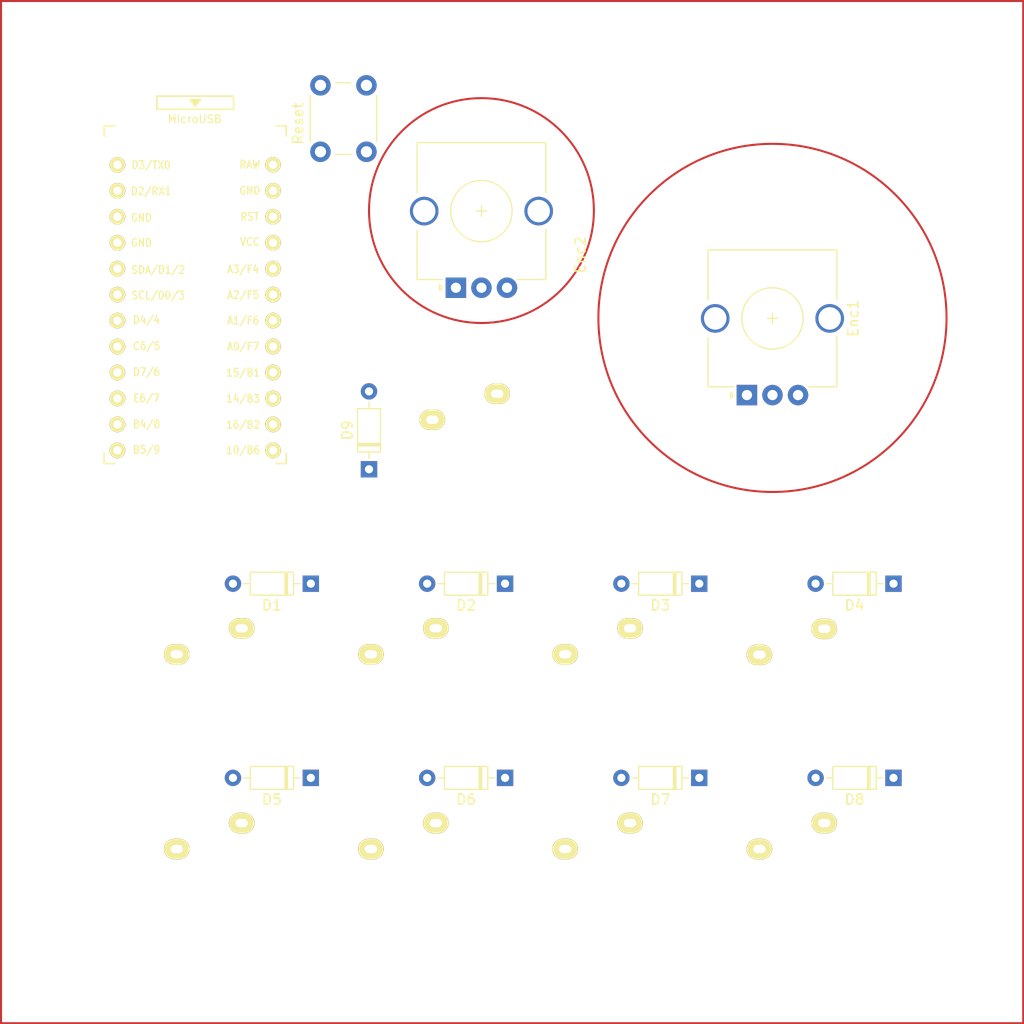
<source format=kicad_pcb>
(kicad_pcb (version 20211014) (generator pcbnew)
  (layers (0 "F.Cu" signal) (31 "B.Cu" signal) (34 "B.Paste" user) (35 "F.Paste" user) (36 "B.SilkS" user "B.Silkscreen") (37 "F.SilkS" user "F.Silkscreen") (38 "B.Mask" user) (39 "F.Mask" user) (44 "Edge.Cuts" user))
  (net 0 "")
  (net 1 "GND")
  (net 2 "Net-(D3-Pad2)")
  (net 3 "Net-(D4-Pad2)")
  (net 4 "VCC")
  (net 5 "X")
  (net 6 "Net-(D1-Pad2)")
  (net 7 "Y")
  (net 8 "Net-(D2-Pad2)")
  (net 9 "Z")
  (net 10 "A")
  (net 11 "B")
  (net 12 "C")
  (net 13 "Net-(D5-Pad2)")
  (net 14 "Net-(D6-Pad2)")
  (net 15 "Net-(D7-Pad2)")
  (net 17 "Net-(D8-Pad2)")
  (net 18 "Net-(D9-Pad2)")
  (net 19 "reset")
  (net 28 "ROT1A")
  (net 29 "ROT1B")
  (net 30 "ROT2A")
  (net 31 "ROT2B")
  (footprint "kbd:CherryMX_1u" (layer "F.Cu") (at 167 104)
    (fp_text reference "SW8" hide)
    (fp_text value "SW_Push" hide)
    (pad "" np_thru_hole circle locked (at 0 0 90) (size 4 4) (drill 4) (layers *.Cu *.Mask))
    (pad "" np_thru_hole circle locked (at 5.08 0 90) (size 1.9 1.9) (drill 1.9) (layers *.Cu *.Mask))
    (pad "" np_thru_hole circle locked (at -5.08 0 90) (size 1.9 1.9) (drill 1.9) (layers *.Cu *.Mask))
    (pad "1" thru_hole oval locked (at -3.81 -2.54) (size 2.5 2) (drill oval 1.2 0.8) (layers *.Cu "F.SilkS" "B.Mask") (net 12 "C"))
    (pad "2" thru_hole oval locked (at 2.54 -5.08) (size 2.5 2) (drill oval 1.2 0.8) (layers *.Cu "F.SilkS" "B.Mask") (net 17 "Net-(D8-Pad2)"))
  )
  (footprint "Diode_THT:D_DO-35_SOD27_P7.62mm_Horizontal" (layer "F.Cu") (at 176.31 94.5 180)
    (fp_text reference "D8" (at 3.81 -2.12) (layer "F.SilkS"))
    (fp_text value "1N4148" hide)
    (fp_line (start 1.69 1.12) (end 5.93 1.12) (layer "F.SilkS") (width 0.12))
    (fp_line (start 2.41 -1.12) (end 2.41 1.12) (layer "F.SilkS") (width 0.12))
    (fp_line (start 5.93 1.12) (end 5.93 -1.12) (layer "F.SilkS") (width 0.12))
    (fp_line (start 1.69 -1.12) (end 1.69 1.12) (layer "F.SilkS") (width 0.12))
    (fp_line (start 2.53 -1.12) (end 2.53 1.12) (layer "F.SilkS") (width 0.12))
    (fp_line (start 2.29 -1.12) (end 2.29 1.12) (layer "F.SilkS") (width 0.12))
    (fp_line (start 1.04 0) (end 1.69 0) (layer "F.SilkS") (width 0.12))
    (fp_line (start 5.93 -1.12) (end 1.69 -1.12) (layer "F.SilkS") (width 0.12))
    (fp_line (start 6.58 0) (end 5.93 0) (layer "F.SilkS") (width 0.12))
    (pad "1" thru_hole rect (at 0 0 180) (size 1.6 1.6) (drill 0.8) (layers *.Cu *.Mask) (net 7 "Y"))
    (pad "2" thru_hole oval (at 7.62 0 180) (size 1.6 1.6) (drill 0.8) (layers *.Cu *.Mask) (net 17 "Net-(D8-Pad2)"))
  )
  (footprint "Diode_THT:D_DO-35_SOD27_P7.62mm_Horizontal" (layer "F.Cu") (at 125 64.31 90)
    (fp_text reference "D9" (at 3.81 -2.12 90) (layer "F.SilkS"))
    (fp_text value "1N4148" hide)
    (fp_line (start 2.29 -1.12) (end 2.29 1.12) (layer "F.SilkS") (width 0.12))
    (fp_line (start 2.53 -1.12) (end 2.53 1.12) (layer "F.SilkS") (width 0.12))
    (fp_line (start 6.58 0) (end 5.93 0) (layer "F.SilkS") (width 0.12))
    (fp_line (start 1.69 1.12) (end 5.93 1.12) (layer "F.SilkS") (width 0.12))
    (fp_line (start 1.04 0) (end 1.69 0) (layer "F.SilkS") (width 0.12))
    (fp_line (start 5.93 1.12) (end 5.93 -1.12) (layer "F.SilkS") (width 0.12))
    (fp_line (start 2.41 -1.12) (end 2.41 1.12) (layer "F.SilkS") (width 0.12))
    (fp_line (start 1.69 -1.12) (end 1.69 1.12) (layer "F.SilkS") (width 0.12))
    (fp_line (start 5.93 -1.12) (end 1.69 -1.12) (layer "F.SilkS") (width 0.12))
    (pad "1" thru_hole rect (at 0 0 90) (size 1.6 1.6) (drill 0.8) (layers *.Cu *.Mask) (net 9 "Z"))
    (pad "2" thru_hole oval (at 7.62 0 90) (size 1.6 1.6) (drill 0.8) (layers *.Cu *.Mask) (net 18 "Net-(D9-Pad2)"))
  )
  (footprint "kbd:CherryMX_1u" (layer "F.Cu") (at 135 62)
    (fp_text reference "SW9" hide)
    (fp_text value "SW_Push" hide)
    (pad "" np_thru_hole circle locked (at 0 0 90) (size 4 4) (drill 4) (layers *.Cu *.Mask))
    (pad "" np_thru_hole circle locked (at 5.08 0 90) (size 1.9 1.9) (drill 1.9) (layers *.Cu *.Mask))
    (pad "" np_thru_hole circle locked (at -5.08 0 90) (size 1.9 1.9) (drill 1.9) (layers *.Cu *.Mask))
    (pad "1" thru_hole oval locked (at -3.81 -2.54) (size 2.5 2) (drill oval 1.2 0.8) (layers *.Cu "F.SilkS" "B.Mask") (net 12 "C"))
    (pad "2" thru_hole oval locked (at 2.54 -5.08) (size 2.5 2) (drill oval 1.2 0.8) (layers *.Cu "F.SilkS" "B.Mask") (net 18 "Net-(D9-Pad2)"))
  )
  (footprint "Diode_THT:D_DO-35_SOD27_P7.62mm_Horizontal" (layer "F.Cu") (at 138.31 94.5 180)
    (fp_text reference "D6" (at 3.81 -2.12) (layer "F.SilkS"))
    (fp_text value "1N4148" hide)
    (fp_line (start 1.69 -1.12) (end 1.69 1.12) (layer "F.SilkS") (width 0.12))
    (fp_line (start 2.41 -1.12) (end 2.41 1.12) (layer "F.SilkS") (width 0.12))
    (fp_line (start 1.69 1.12) (end 5.93 1.12) (layer "F.SilkS") (width 0.12))
    (fp_line (start 5.93 1.12) (end 5.93 -1.12) (layer "F.SilkS") (width 0.12))
    (fp_line (start 5.93 -1.12) (end 1.69 -1.12) (layer "F.SilkS") (width 0.12))
    (fp_line (start 2.53 -1.12) (end 2.53 1.12) (layer "F.SilkS") (width 0.12))
    (fp_line (start 6.58 0) (end 5.93 0) (layer "F.SilkS") (width 0.12))
    (fp_line (start 1.04 0) (end 1.69 0) (layer "F.SilkS") (width 0.12))
    (fp_line (start 2.29 -1.12) (end 2.29 1.12) (layer "F.SilkS") (width 0.12))
    (pad "1" thru_hole rect (at 0 0 180) (size 1.6 1.6) (drill 0.8) (layers *.Cu *.Mask) (net 9 "Z"))
    (pad "2" thru_hole oval (at 7.62 0 180) (size 1.6 1.6) (drill 0.8) (layers *.Cu *.Mask) (net 14 "Net-(D6-Pad2)"))
  )
  (footprint "kbd:CherryMX_1u" (layer "F.Cu") (at 167 85)
    (fp_text reference "SW4" hide)
    (fp_text value "SW_Push" hide)
    (pad "" np_thru_hole circle locked (at 5.08 0 90) (size 1.9 1.9) (drill 1.9) (layers *.Cu *.Mask))
    (pad "" np_thru_hole circle locked (at 0 0 90) (size 4 4) (drill 4) (layers *.Cu *.Mask))
    (pad "" np_thru_hole circle locked (at -5.08 0 90) (size 1.9 1.9) (drill 1.9) (layers *.Cu *.Mask))
    (pad "1" thru_hole oval locked (at -3.81 -2.54) (size 2.5 2) (drill oval 1.2 0.8) (layers *.Cu "F.SilkS" "B.Mask") (net 11 "B"))
    (pad "2" thru_hole oval locked (at 2.54 -5.08) (size 2.5 2) (drill oval 1.2 0.8) (layers *.Cu "F.SilkS" "B.Mask") (net 3 "Net-(D4-Pad2)"))
  )
  (footprint "kbd:CherryMX_1u" (layer "F.Cu") (at 110 84.95)
    (fp_text reference "SW1" hide)
    (fp_text value "SW_Push" hide)
    (pad "" np_thru_hole circle locked (at 0 0 90) (size 4 4) (drill 4) (layers *.Cu *.Mask))
    (pad "" np_thru_hole circle locked (at -5.08 0 90) (size 1.9 1.9) (drill 1.9) (layers *.Cu *.Mask))
    (pad "" np_thru_hole circle locked (at 5.08 0 90) (size 1.9 1.9) (drill 1.9) (layers *.Cu *.Mask))
    (pad "1" thru_hole oval locked (at -3.81 -2.54) (size 2.5 2) (drill oval 1.2 0.8) (layers *.Cu "F.SilkS" "B.Mask") (net 10 "A"))
    (pad "2" thru_hole oval locked (at 2.54 -5.08) (size 2.5 2) (drill oval 1.2 0.8) (layers *.Cu "F.SilkS" "B.Mask") (net 6 "Net-(D1-Pad2)"))
  )
  (footprint "Rotary_Encoder:RotaryEncoder_Alps_EC12E_Vertical_H20mm_CircularMountingHoles" (layer "F.Cu") (at 133.5 46.55 90)
    (fp_text reference "SW11" hide)
    (fp_text value "Enc2" (at 3.22 12.175 90) (layer "F.SilkS"))
    (fp_line (start 0.3 -1.6) (end 0 -1.3) (layer "F.SilkS") (width 0.12))
    (fp_line (start 5.6 -3.8) (end 0.8 -3.8) (layer "F.SilkS") (width 0.12))
    (fp_line (start 5.7 8.8) (end 0.8 8.8) (layer "F.SilkS") (width 0.12))
    (fp_line (start -0.3 -1.6) (end 0.3 -1.6) (layer "F.SilkS") (width 0.12))
    (fp_line (start 7.5 2) (end 7.5 3) (layer "F.SilkS") (width 0.12))
    (fp_line (start 9.3 -3.8) (end 14.2 -3.8) (layer "F.SilkS") (width 0.12))
    (fp_line (start 7 2.5) (end 8 2.5) (layer "F.SilkS") (width 0.12))
    (fp_line (start 0.8 8.8) (end 0.8 6) (layer "F.SilkS") (width 0.12))
    (fp_line (start 14.2 -3.8) (end 14.2 8.8) (layer "F.SilkS") (width 0.12))
    (fp_line (start 0 -1.3) (end -0.3 -1.6) (layer "F.SilkS") (width 0.12))
    (fp_line (start 0.8 -3.8) (end 0.8 -1.3) (layer "F.SilkS") (width 0.12))
    (fp_line (start 14.2 8.8) (end 9.3 8.8) (layer "F.SilkS") (width 0.12))
    (fp_circle (center 7.5 2.5) (end 10.5 2.5) (layer "F.SilkS") (width 0.12) (fill none))
    (pad "A" thru_hole rect (at 0 0 90) (size 2 2) (drill 1) (layers *.Cu *.Mask) (net 30 "ROT2A"))
    (pad "B" thru_hole circle (at 0 5 90) (size 2 2) (drill 1) (layers *.Cu *.Mask) (net 31 "ROT2B"))
    (pad "C" thru_hole circle (at 0 2.5 90) (size 2 2) (drill 1) (layers *.Cu *.Mask) (net 1 "GND"))
    (pad "MP" thru_hole circle (at 7.5 -3.1 90) (size 2.8 2.8) (drill 2.2) (layers *.Cu *.Mask))
    (pad "MP" thru_hole circle (at 7.5 8.1 90) (size 2.8 2.8) (drill 2.2) (layers *.Cu *.Mask))
  )
  (footprint "kbd:CherryMX_1u" (layer "F.Cu") (at 148 84.95)
    (fp_text reference "SW3" hide)
    (fp_text value "SW_Push" hide)
    (pad "" np_thru_hole circle locked (at 0 0 90) (size 4 4) (drill 4) (layers *.Cu *.Mask))
    (pad "" np_thru_hole circle locked (at -5.08 0 90) (size 1.9 1.9) (drill 1.9) (layers *.Cu *.Mask))
    (pad "" np_thru_hole circle locked (at 5.08 0 90) (size 1.9 1.9) (drill 1.9) (layers *.Cu *.Mask))
    (pad "1" thru_hole oval locked (at -3.81 -2.54) (size 2.5 2) (drill oval 1.2 0.8) (layers *.Cu "F.SilkS" "B.Mask") (net 10 "A"))
    (pad "2" thru_hole oval locked (at 2.54 -5.08) (size 2.5 2) (drill oval 1.2 0.8) (layers *.Cu "F.SilkS" "B.Mask") (net 2 "Net-(D3-Pad2)"))
  )
  (footprint "Diode_THT:D_DO-35_SOD27_P7.62mm_Horizontal" (layer "F.Cu") (at 138.31 75.5 180)
    (fp_text reference "D2" (at 3.81 -2.12) (layer "F.SilkS"))
    (fp_text value "1N4148" hide)
    (fp_line (start 2.29 -1.12) (end 2.29 1.12) (layer "F.SilkS") (width 0.12))
    (fp_line (start 1.04 0) (end 1.69 0) (layer "F.SilkS") (width 0.12))
    (fp_line (start 1.69 -1.12) (end 1.69 1.12) (layer "F.SilkS") (width 0.12))
    (fp_line (start 5.93 -1.12) (end 1.69 -1.12) (layer "F.SilkS") (width 0.12))
    (fp_line (start 6.58 0) (end 5.93 0) (layer "F.SilkS") (width 0.12))
    (fp_line (start 2.53 -1.12) (end 2.53 1.12) (layer "F.SilkS") (width 0.12))
    (fp_line (start 1.69 1.12) (end 5.93 1.12) (layer "F.SilkS") (width 0.12))
    (fp_line (start 2.41 -1.12) (end 2.41 1.12) (layer "F.SilkS") (width 0.12))
    (fp_line (start 5.93 1.12) (end 5.93 -1.12) (layer "F.SilkS") (width 0.12))
    (pad "1" thru_hole rect (at 0 0 180) (size 1.6 1.6) (drill 0.8) (layers *.Cu *.Mask) (net 7 "Y"))
    (pad "2" thru_hole oval (at 7.62 0 180) (size 1.6 1.6) (drill 0.8) (layers *.Cu *.Mask) (net 8 "Net-(D2-Pad2)"))
  )
  (footprint "kbd:CherryMX_1u" (layer "F.Cu") (at 129 84.95)
    (fp_text reference "SW2" hide)
    (fp_text value "SW_Push" hide)
    (pad "" np_thru_hole circle locked (at 5.08 0 90) (size 1.9 1.9) (drill 1.9) (layers *.Cu *.Mask))
    (pad "" np_thru_hole circle locked (at -5.08 0 90) (size 1.9 1.9) (drill 1.9) (layers *.Cu *.Mask))
    (pad "" np_thru_hole circle locked (at 0 0 90) (size 4 4) (drill 4) (layers *.Cu *.Mask))
    (pad "1" thru_hole oval locked (at -3.81 -2.54) (size 2.5 2) (drill oval 1.2 0.8) (layers *.Cu "F.SilkS" "B.Mask") (net 10 "A"))
    (pad "2" thru_hole oval locked (at 2.54 -5.08) (size 2.5 2) (drill oval 1.2 0.8) (layers *.Cu "F.SilkS" "B.Mask") (net 8 "Net-(D2-Pad2)"))
  )
  (footprint "kbd:CherryMX_1u" (layer "F.Cu") (at 129 104)
    (fp_text reference "SW6" hide)
    (fp_text value "SW_Push" hide)
    (pad "" np_thru_hole circle locked (at -5.08 0 90) (size 1.9 1.9) (drill 1.9) (layers *.Cu *.Mask))
    (pad "" np_thru_hole circle locked (at 0 0 90) (size 4 4) (drill 4) (layers *.Cu *.Mask))
    (pad "" np_thru_hole circle locked (at 5.08 0 90) (size 1.9 1.9) (drill 1.9) (layers *.Cu *.Mask))
    (pad "1" thru_hole oval locked (at -3.81 -2.54) (size 2.5 2) (drill oval 1.2 0.8) (layers *.Cu "F.SilkS" "B.Mask") (net 11 "B"))
    (pad "2" thru_hole oval locked (at 2.54 -5.08) (size 2.5 2) (drill oval 1.2 0.8) (layers *.Cu "F.SilkS" "B.Mask") (net 14 "Net-(D6-Pad2)"))
  )
  (footprint "Button_Switch_THT:SW_PUSH_6mm" (layer "F.Cu") (at 124.75 26.75 -90)
    (fp_text reference "SW12" hide)
    (fp_text value "Reset" (at 3.75 6.7 90) (layer "F.SilkS"))
    (fp_line (start 1 5.5) (end 5.5 5.5) (layer "F.SilkS") (width 0.12))
    (fp_line (start -0.25 1.5) (end -0.25 3) (layer "F.SilkS") (width 0.12))
    (fp_line (start 6.75 3) (end 6.75 1.5) (layer "F.SilkS") (width 0.12))
    (fp_line (start 5.5 -1) (end 1 -1) (layer "F.SilkS") (width 0.12))
    (pad "1" thru_hole circle (at 6.5 0) (size 2 2) (drill 1.1) (layers *.Cu *.Mask) (net 19 "reset"))
    (pad "1" thru_hole circle (at 0 0) (size 2 2) (drill 1.1) (layers *.Cu *.Mask) (net 19 "reset"))
    (pad "2" thru_hole circle (at 6.5 4.5) (size 2 2) (drill 1.1) (layers *.Cu *.Mask) (net 1 "GND"))
    (pad "2" thru_hole circle (at 0 4.5) (size 2 2) (drill 1.1) (layers *.Cu *.Mask) (net 1 "GND"))
  )
  (footprint "Diode_THT:D_DO-35_SOD27_P7.62mm_Horizontal" (layer "F.Cu") (at 157.31 94.5 180)
    (fp_text reference "D7" (at 3.81 -2.12) (layer "F.SilkS"))
    (fp_text value "1N4148" hide)
    (fp_line (start 6.58 0) (end 5.93 0) (layer "F.SilkS") (width 0.12))
    (fp_line (start 1.69 -1.12) (end 1.69 1.12) (layer "F.SilkS") (width 0.12))
    (fp_line (start 5.93 1.12) (end 5.93 -1.12) (layer "F.SilkS") (width 0.12))
    (fp_line (start 2.53 -1.12) (end 2.53 1.12) (layer "F.SilkS") (width 0.12))
    (fp_line (start 1.69 1.12) (end 5.93 1.12) (layer "F.SilkS") (width 0.12))
    (fp_line (start 5.93 -1.12) (end 1.69 -1.12) (layer "F.SilkS") (width 0.12))
    (fp_line (start 2.29 -1.12) (end 2.29 1.12) (layer "F.SilkS") (width 0.12))
    (fp_line (start 2.41 -1.12) (end 2.41 1.12) (layer "F.SilkS") (width 0.12))
    (fp_line (start 1.04 0) (end 1.69 0) (layer "F.SilkS") (width 0.12))
    (pad "1" thru_hole rect (at 0 0 180) (size 1.6 1.6) (drill 0.8) (layers *.Cu *.Mask) (net 5 "X"))
    (pad "2" thru_hole oval (at 7.62 0 180) (size 1.6 1.6) (drill 0.8) (layers *.Cu *.Mask) (net 15 "Net-(D7-Pad2)"))
  )
  (footprint "Diode_THT:D_DO-35_SOD27_P7.62mm_Horizontal" (layer "F.Cu") (at 119.31 94.5 180)
    (fp_text reference "D5" (at 3.81 -2.12) (layer "F.SilkS"))
    (fp_text value "1N4148" hide)
    (fp_line (start 1.69 1.12) (end 5.93 1.12) (layer "F.SilkS") (width 0.12))
    (fp_line (start 5.93 1.12) (end 5.93 -1.12) (layer "F.SilkS") (width 0.12))
    (fp_line (start 6.58 0) (end 5.93 0) (layer "F.SilkS") (width 0.12))
    (fp_line (start 1.69 -1.12) (end 1.69 1.12) (layer "F.SilkS") (width 0.12))
    (fp_line (start 1.04 0) (end 1.69 0) (layer "F.SilkS") (width 0.12))
    (fp_line (start 2.29 -1.12) (end 2.29 1.12) (layer "F.SilkS") (width 0.12))
    (fp_line (start 2.41 -1.12) (end 2.41 1.12) (layer "F.SilkS") (width 0.12))
    (fp_line (start 5.93 -1.12) (end 1.69 -1.12) (layer "F.SilkS") (width 0.12))
    (fp_line (start 2.53 -1.12) (end 2.53 1.12) (layer "F.SilkS") (width 0.12))
    (pad "1" thru_hole rect (at 0 0 180) (size 1.6 1.6) (drill 0.8) (layers *.Cu *.Mask) (net 7 "Y"))
    (pad "2" thru_hole oval (at 7.62 0 180) (size 1.6 1.6) (drill 0.8) (layers *.Cu *.Mask) (net 13 "Net-(D5-Pad2)"))
  )
  (footprint "Rotary_Encoder:RotaryEncoder_Alps_EC12E_Vertical_H20mm_CircularMountingHoles" (layer "F.Cu") (at 161.970614 57.05 90)
    (fp_text reference "SW10" hide)
    (fp_text value "Enc1" (at 7.5 10.4 90) (layer "F.SilkS"))
    (fp_line (start -0.3 -1.6) (end 0.3 -1.6) (layer "F.SilkS") (width 0.12))
    (fp_line (start 7 2.5) (end 8 2.5) (layer "F.SilkS") (width 0.12))
    (fp_line (start 9.3 -3.8) (end 14.2 -3.8) (layer "F.SilkS") (width 0.12))
    (fp_line (start 0.8 -3.8) (end 0.8 -1.3) (layer "F.SilkS") (width 0.12))
    (fp_line (start 14.2 8.8) (end 9.3 8.8) (layer "F.SilkS") (width 0.12))
    (fp_line (start 0 -1.3) (end -0.3 -1.6) (layer "F.SilkS") (width 0.12))
    (fp_line (start 0.3 -1.6) (end 0 -1.3) (layer "F.SilkS") (width 0.12))
    (fp_line (start 5.7 8.8) (end 0.8 8.8) (layer "F.SilkS") (width 0.12))
    (fp_line (start 0.8 8.8) (end 0.8 6) (layer "F.SilkS") (width 0.12))
    (fp_line (start 5.6 -3.8) (end 0.8 -3.8) (layer "F.SilkS") (width 0.12))
    (fp_line (start 7.5 2) (end 7.5 3) (layer "F.SilkS") (width 0.12))
    (fp_line (start 14.2 -3.8) (end 14.2 8.8) (layer "F.SilkS") (width 0.12))
    (fp_circle (center 7.5 2.5) (end 10.5 2.5) (layer "F.SilkS") (width 0.12) (fill none))
    (pad "A" thru_hole rect (at 0 0 90) (size 2 2) (drill 1) (layers *.Cu *.Mask) (net 28 "ROT1A"))
    (pad "B" thru_hole circle (at 0 5 90) (size 2 2) (drill 1) (layers *.Cu *.Mask) (net 29 "ROT1B"))
    (pad "C" thru_hole circle (at 0 2.5 90) (size 2 2) (drill 1) (layers *.Cu *.Mask) (net 1 "GND"))
    (pad "MP" thru_hole circle (at 7.5 8.1 90) (size 2.8 2.8) (drill 2.2) (layers *.Cu *.Mask))
    (pad "MP" thru_hole circle (at 7.5 -3.1 90) (size 2.8 2.8) (drill 2.2) (layers *.Cu *.Mask))
  )
  (footprint "kbd:CherryMX_1u" (layer "F.Cu") (at 110 104)
    (fp_text reference "SW5" hide)
    (fp_text value "SW_Push" hide)
    (pad "" np_thru_hole circle locked (at 5.08 0 90) (size 1.9 1.9) (drill 1.9) (layers *.Cu *.Mask))
    (pad "" np_thru_hole circle locked (at -5.08 0 90) (size 1.9 1.9) (drill 1.9) (layers *.Cu *.Mask))
    (pad "" np_thru_hole circle locked (at 0 0 90) (size 4 4) (drill 4) (layers *.Cu *.Mask))
    (pad "1" thru_hole oval locked (at -3.81 -2.54) (size 2.5 2) (drill oval 1.2 0.8) (layers *.Cu "F.SilkS" "B.Mask") (net 11 "B"))
    (pad "2" thru_hole oval locked (at 2.54 -5.08) (size 2.5 2) (drill oval 1.2 0.8) (layers *.Cu "F.SilkS" "B.Mask") (net 13 "Net-(D5-Pad2)"))
  )
  (footprint "Diode_THT:D_DO-35_SOD27_P7.62mm_Horizontal" (layer "F.Cu") (at 157.31 75.5 180)
    (fp_text reference "D3" (at 3.81 -2.12) (layer "F.SilkS"))
    (fp_text value "1N4148" hide)
    (fp_line (start 2.29 -1.12) (end 2.29 1.12) (layer "F.SilkS") (width 0.12))
    (fp_line (start 1.69 -1.12) (end 1.69 1.12) (layer "F.SilkS") (width 0.12))
    (fp_line (start 6.58 0) (end 5.93 0) (layer "F.SilkS") (width 0.12))
    (fp_line (start 2.53 -1.12) (end 2.53 1.12) (layer "F.SilkS") (width 0.12))
    (fp_line (start 5.93 -1.12) (end 1.69 -1.12) (layer "F.SilkS") (width 0.12))
    (fp_line (start 5.93 1.12) (end 5.93 -1.12) (layer "F.SilkS") (width 0.12))
    (fp_line (start 1.69 1.12) (end 5.93 1.12) (layer "F.SilkS") (width 0.12))
    (fp_line (start 1.04 0) (end 1.69 0) (layer "F.SilkS") (width 0.12))
    (fp_line (start 2.41 -1.12) (end 2.41 1.12) (layer "F.SilkS") (width 0.12))
    (pad "1" thru_hole rect (at 0 0 180) (size 1.6 1.6) (drill 0.8) (layers *.Cu *.Mask) (net 9 "Z"))
    (pad "2" thru_hole oval (at 7.62 0 180) (size 1.6 1.6) (drill 0.8) (layers *.Cu *.Mask) (net 2 "Net-(D3-Pad2)"))
  )
  (footprint "Diode_THT:D_DO-35_SOD27_P7.62mm_Horizontal" (layer "F.Cu") (at 119.31 75.5 180)
    (fp_text reference "D1" (at 3.81 -2.12) (layer "F.SilkS"))
    (fp_text value "1N4148" hide)
    (fp_line (start 5.93 1.12) (end 5.93 -1.12) (layer "F.SilkS") (width 0.12))
    (fp_line (start 2.41 -1.12) (end 2.41 1.12) (layer "F.SilkS") (width 0.12))
    (fp_line (start 2.29 -1.12) (end 2.29 1.12) (layer "F.SilkS") (width 0.12))
    (fp_line (start 6.58 0) (end 5.93 0) (layer "F.SilkS") (width 0.12))
    (fp_line (start 2.53 -1.12) (end 2.53 1.12) (layer "F.SilkS") (width 0.12))
    (fp_line (start 1.04 0) (end 1.69 0) (layer "F.SilkS") (width 0.12))
    (fp_line (start 1.69 1.12) (end 5.93 1.12) (layer "F.SilkS") (width 0.12))
    (fp_line (start 5.93 -1.12) (end 1.69 -1.12) (layer "F.SilkS") (width 0.12))
    (fp_line (start 1.69 -1.12) (end 1.69 1.12) (layer "F.SilkS") (width 0.12))
    (pad "1" thru_hole rect (at 0 0 180) (size 1.6 1.6) (drill 0.8) (layers *.Cu *.Mask) (net 5 "X"))
    (pad "2" thru_hole oval (at 7.62 0 180) (size 1.6 1.6) (drill 0.8) (layers *.Cu *.Mask) (net 6 "Net-(D1-Pad2)"))
  )
  (footprint "Diode_THT:D_DO-35_SOD27_P7.62mm_Horizontal" (layer "F.Cu") (at 176.31 75.5 180)
    (fp_text reference "D4" (at 3.81 -2.12) (layer "F.SilkS"))
    (fp_text value "1N4148" hide)
    (fp_line (start 1.69 -1.12) (end 1.69 1.12) (layer "F.SilkS") (width 0.12))
    (fp_line (start 6.58 0) (end 5.93 0) (layer "F.SilkS") (width 0.12))
    (fp_line (start 2.41 -1.12) (end 2.41 1.12) (layer "F.SilkS") (width 0.12))
    (fp_line (start 1.04 0) (end 1.69 0) (layer "F.SilkS") (width 0.12))
    (fp_line (start 2.53 -1.12) (end 2.53 1.12) (layer "F.SilkS") (width 0.12))
    (fp_line (start 5.93 -1.12) (end 1.69 -1.12) (layer "F.SilkS") (width 0.12))
    (fp_line (start 1.69 1.12) (end 5.93 1.12) (layer "F.SilkS") (width 0.12))
    (fp_line (start 5.93 1.12) (end 5.93 -1.12) (layer "F.SilkS") (width 0.12))
    (fp_line (start 2.29 -1.12) (end 2.29 1.12) (layer "F.SilkS") (width 0.12))
    (pad "1" thru_hole rect (at 0 0 180) (size 1.6 1.6) (drill 0.8) (layers *.Cu *.Mask) (net 5 "X"))
    (pad "2" thru_hole oval (at 7.62 0 180) (size 1.6 1.6) (drill 0.8) (layers *.Cu *.Mask) (net 3 "Net-(D4-Pad2)"))
  )
  (footprint "kbd:CherryMX_1u" (layer "F.Cu") (at 148 104)
    (fp_text reference "SW7" hide)
    (fp_text value "SW_Push" hide)
    (pad "" np_thru_hole circle locked (at 0 0 90) (size 4 4) (drill 4) (layers *.Cu *.Mask))
    (pad "" np_thru_hole circle locked (at -5.08 0 90) (size 1.9 1.9) (drill 1.9) (layers *.Cu *.Mask))
    (pad "" np_thru_hole circle locked (at 5.08 0 90) (size 1.9 1.9) (drill 1.9) (layers *.Cu *.Mask))
    (pad "1" thru_hole oval locked (at -3.81 -2.54) (size 2.5 2) (drill oval 1.2 0.8) (layers *.Cu "F.SilkS" "B.Mask") (net 12 "C"))
    (pad "2" thru_hole oval locked (at 2.54 -5.08) (size 2.5 2) (drill oval 1.2 0.8) (layers *.Cu "F.SilkS" "B.Mask") (net 15 "Net-(D7-Pad2)"))
  )
  (footprint "kbd:ProMicro_v3.5-hanten" (layer "F.Cu") (at 108 49)
    (fp_text reference "U1" hide)
    (fp_text value "ProMicro" hide)
    (fp_text user "" (at -1.2515 -16.256) (layer "B.SilkS") (effects (justify mirror)))
    (fp_text user "SCL/D0/3" (at -3.618 -1.7 unlocked) (layer "F.SilkS") (effects (font (size 0.75 0.67) (thickness 0.125))))
    (fp_text user "B5/9" (at -4.768 13.4 unlocked) (layer "F.SilkS") (effects (font (size 0.75 0.67) (thickness 0.125))))
    (fp_text user "15/B1" (at 4.684 5.85 unlocked) (layer "F.SilkS") (effects (font (size 0.75 0.67) (thickness 0.125))))
    (fp_text user "VCC" (at 5.334 -6.95 unlocked) (layer "F.SilkS") (effects (font (size 0.75 0.67) (thickness 0.125))))
    (fp_text user "C6/5" (at -4.768 3.25 unlocked) (layer "F.SilkS") (effects (font (size 0.75 0.67) (thickness 0.125))))
    (fp_text user "B4/8" (at -4.768 10.9 unlocked) (layer "F.SilkS") (effects (font (size 0.75 0.67) (thickness 0.125))))
    (fp_text user "D7/6" (at -4.768 5.8 unlocked) (layer "F.SilkS") (effects (font (size 0.75 0.67) (thickness 0.125))))
    (fp_text user "D4/4" (at -4.768 0.7 unlocked) (layer "F.SilkS") (effects (font (size 0.75 0.67) (thickness 0.125))))
    (fp_text user "GND" (at -5.268 -6.85 unlocked) (layer "F.SilkS") (effects (font (size 0.75 0.67) (thickness 0.125))))
    (fp_text user "14/B3" (at 4.684 8.4 unlocked) (layer "F.SilkS") (effects (font (size 0.75 0.67) (thickness 0.125))))
    (fp_text user "RST" (at 5.334 -9.4 unlocked) (layer "F.SilkS") (effects (font (size 0.75 0.67) (thickness 0.125))))
    (fp_text user "RAW" (at 5.334 -14.5 unlocked) (layer "F.SilkS") (effects (font (size 0.75 0.67) (thickness 0.125))))
    (fp_text user "SDA/D1/2" (at -3.618 -4.2 unlocked) (layer "F.SilkS") (effects (font (size 0.75 0.67) (thickness 0.125))))
    (fp_text user "A2/F5" (at 4.684 -1.75 unlocked) (layer "F.SilkS") (effects (font (size 0.75 0.67) (thickness 0.125))))
    (fp_text user "E6/7" (at -4.768 8.35 unlocked) (layer "F.SilkS") (effects (font (size 0.75 0.67) (thickness 0.125))))
    (fp_text user "GND" (at 5.334 -11.95 unlocked) (layer "F.SilkS") (effects (font (size 0.75 0.67) (thickness 0.125))))
    (fp_text user "D2/RX1" (at -4.318 -11.9 unlocked) (layer "F.SilkS") (effects (font (size 0.75 0.67) (thickness 0.125))))
    (fp_text user "A1/F6" (at 4.684 0.75 unlocked) (layer "F.SilkS") (effects (font (size 0.75 0.67) (thickness 0.125))))
    (fp_text user "A3/F4" (at 4.684 -4.25 unlocked) (layer "F.SilkS") (effects (font (size 0.75 0.67) (thickness 0.125))))
    (fp_text user "16/B2" (at 4.684 10.95 unlocked) (layer "F.SilkS") (effects (font (size 0.75 0.67) (thickness 0.125))))
    (fp_text user "" (at -0.545 -17.4) (layer "F.SilkS"))
    (fp_text user "D3/TX0" (at -4.318 -14.45 unlocked) (layer "F.SilkS") (effects (font (size 0.75 0.67) (thickness 0.125))))
    (fp_text user "GND" (at -5.268 -9.3 unlocked) (layer "F.SilkS") (effects (font (size 0.75 0.67) (thickness 0.125))))
    (fp_text user "10/B6" (at 4.684 13.45 unlocked) (layer "F.SilkS") (effects (font (size 0.75 0.67) (thickness 0.125))))
    (fp_text user "A0/F7" (at 4.684 3.3 unlocked) (layer "F.SilkS") (effects (font (size 0.75 0.67) (thickness 0.125))))
    (fp_text user "MicroUSB" (at -0.05 -18.95) (layer "F.SilkS") (effects (font (size 0.75 0.75) (thickness 0.12))))
    (fp_line (start -3.75 -21.2) (end -3.75 -19.9) (layer "F.SilkS") (width 0.15))
    (fp_line (start 8.9 -18.3) (end 7.95 -18.3) (layer "F.SilkS") (width 0.15))
    (fp_line (start 0.5 -20.85) (end 0 -20.2) (layer "F.SilkS") (width 0.15))
    (fp_line (start 3.75 -19.9) (end 3.75 -21.2) (layer "F.SilkS") (width 0.15))
    (fp_line (start -0.15 -20.4) (end 0.15 -20.4) (layer "F.SilkS") (width 0.15))
    (fp_line (start 8.9 13.75) (end 8.9 14.75) (layer "F.SilkS") (width 0.15))
    (fp_line (start 8.9 14.75) (end 7.89 14.75) (layer "F.SilkS") (width 0.15))
    (fp_line (start -0.25 -20.55) (end 0.25 -20.55) (layer "F.SilkS") (width 0.15))
    (fp_line (start -8.9 -18.3) (end -7.9 -18.3) (layer "F.SilkS") (width 0.15))
    (fp_line (start 3.75 -21.2) (end -3.75 -21.2) (layer "F.SilkS") (width 0.15))
    (fp_line (start 8.9 -18.3) (end 8.9 -17.3) (layer "F.SilkS") (width 0.15))
    (fp_line (start -0.35 -20.7) (end 0.35 -20.7) (layer "F.SilkS") (width 0.15))
    (fp_line (start -8.9 14.75) (end -7.9 14.75) (layer "F.SilkS") (width 0.15))
    (fp_line (start -8.9 -18.3) (end -8.9 -17.3) (layer "F.SilkS") (width 0.15))
    (fp_line (start -0.5 -20.85) (end 0.5 -20.85) (layer "F.SilkS") (width 0.15))
    (fp_line (start -3.75 -19.9) (end 3.75 -19.9) (layer "F.SilkS") (width 0.15))
    (fp_line (start 0 -20.2) (end -0.5 -20.85) (layer "F.SilkS") (width 0.15))
    (fp_line (start -8.9 13.7) (end -8.9 14.75) (layer "F.SilkS") (width 0.15))
    (pad "1" thru_hole circle (at -7.6086 -14.478) (size 1.524 1.524) (drill 0.8128) (layers *.Cu "F.SilkS" "B.Mask"))
    (pad "2" thru_hole circle (at -7.6086 -11.938) (size 1.524 1.524) (drill 0.8128) (layers *.Cu "F.SilkS" "B.Mask"))
    (pad "3" thru_hole circle (at -7.6086 -9.398) (size 1.524 1.524) (drill 0.8128) (layers *.Cu "F.SilkS" "B.Mask") (net 1 "GND"))
    (pad "4" thru_hole circle (at -7.6086 -6.858) (size 1.524 1.524) (drill 0.8128) (layers *.Cu "F.SilkS" "B.Mask") (net 1 "GND"))
    (pad "5" thru_hole circle (at -7.6086 -4.318) (size 1.524 1.524) (drill 0.8128) (layers *.Cu "F.SilkS" "B.Mask"))
    (pad "6" thru_hole circle (at -7.6086 -1.778) (size 1.524 1.524) (drill 0.8128) (layers *.Cu "F.SilkS" "B.Mask"))
    (pad "7" thru_hole circle (at -7.6086 0.762) (size 1.524 1.524) (drill 0.8128) (layers *.Cu "F.SilkS" "B.Mask"))
    (pad "8" thru_hole circle (at -7.6086 3.302) (size 1.524 1.524) (drill 0.8128) (layers *.Cu "F.SilkS" "B.Mask"))
    (pad "9" thru_hole circle (at -7.6086 5.842) (size 1.524 1.524) (drill 0.8128) (layers *.Cu "F.SilkS" "B.Mask") (net 10 "A"))
    (pad "10" thru_hole circle (at -7.6086 8.382) (size 1.524 1.524) (drill 0.8128) (layers *.Cu "F.SilkS" "B.Mask") (net 11 "B"))
    (pad "11" thru_hole circle (at -7.6086 10.922) (size 1.524 1.524) (drill 0.8128) (layers *.Cu "F.SilkS" "B.Mask") (net 12 "C"))
    (pad "12" thru_hole circle (at -7.6086 13.462) (size 1.524 1.524) (drill 0.8128) (layers *.Cu "F.SilkS" "B.Mask"))
    (pad "13" thru_hole circle (at 7.6114 13.462) (size 1.524 1.524) (drill 0.8128) (layers *.Cu "F.SilkS" "B.Mask") (net 9 "Z"))
    (pad "14" thru_hole circle (at 7.6114 10.922) (size 1.524 1.524) (drill 0.8128) (layers *.Cu "F.SilkS" "B.Mask") (net 7 "Y"))
    (pad "15" thru_hole circle (at 7.6114 8.382) (size 1.524 1.524) (drill 0.8128) (layers *.Cu "F.SilkS" "B.Mask") (net 5 "X"))
    (pad "16" thru_hole circle (at 7.6114 5.842) (size 1.524 1.524) (drill 0.8128) (layers *.Cu "F.SilkS" "B.Mask") (net 31 "ROT2B"))
    (pad "17" thru_hole circle (at 7.6114 3.302) (size 1.524 1.524) (drill 0.8128) (layers *.Cu "F.SilkS" "B.Mask") (net 30 "ROT2A"))
    (pad "18" thru_hole circle (at 7.6114 0.762) (size 1.524 1.524) (drill 0.8128) (layers *.Cu "F.SilkS" "B.Mask") (net 29 "ROT1B"))
    (pad "19" thru_hole circle (at 7.6114 -1.778) (size 1.524 1.524) (drill 0.8128) (layers *.Cu "F.SilkS" "B.Mask") (net 28 "ROT1A"))
    (pad "20" thru_hole circle (at 7.6114 -4.318) (size 1.524 1.524) (drill 0.8128) (layers *.Cu "F.SilkS" "B.Mask"))
    (pad "21" thru_hole circle (at 7.6114 -6.858) (size 1.524 1.524) (drill 0.8128) (layers *.Cu "F.SilkS" "B.Mask") (net 4 "VCC"))
    (pad "22" thru_hole circle (at 7.6114 -9.398) (size 1.524 1.524) (drill 0.8128) (layers *.Cu "F.SilkS" "B.Mask") (net 19 "reset"))
    (pad "23" thru_hole circle (at 7.6114 -11.938) (size 1.524 1.524) (drill 0.8128) (layers *.Cu "F.SilkS" "B.Mask") (net 1 "GND"))
    (pad "24" thru_hole circle (at 7.6114 -14.478) (size 1.524 1.524) (drill 0.8128) (layers *.Cu "F.SilkS" "B.Mask"))
  )
  (gr_circle (center 164.470614 49.5) (end 147.470614 50.5) (layer "F.Cu") (width 0.2) (fill none))
  (gr_rect (start 89 118.5) (end 189 18.5) (layer "F.Cu") (width 0.2) (fill none))
  (gr_circle (center 136 39) (end 147 39) (layer "F.Cu") (width 0.2) (fill none))
)
</source>
